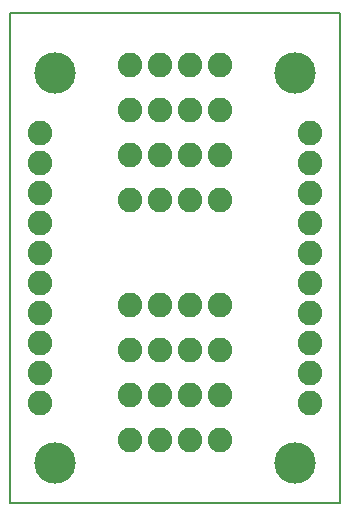
<source format=gbs>
G75*
%MOIN*%
%OFA0B0*%
%FSLAX25Y25*%
%IPPOS*%
%LPD*%
%AMOC8*
5,1,8,0,0,1.08239X$1,22.5*
%
%ADD10C,0.00800*%
%ADD11C,0.00000*%
%ADD12C,0.13800*%
%ADD13C,0.08200*%
D10*
X0001400Y0032750D02*
X0001400Y0196250D01*
X0111400Y0196250D01*
X0111400Y0032750D01*
X0001400Y0032750D01*
D11*
X0009900Y0046250D02*
X0009902Y0046411D01*
X0009908Y0046571D01*
X0009918Y0046732D01*
X0009932Y0046892D01*
X0009950Y0047052D01*
X0009971Y0047211D01*
X0009997Y0047370D01*
X0010027Y0047528D01*
X0010060Y0047685D01*
X0010098Y0047842D01*
X0010139Y0047997D01*
X0010184Y0048151D01*
X0010233Y0048304D01*
X0010286Y0048456D01*
X0010342Y0048607D01*
X0010403Y0048756D01*
X0010466Y0048904D01*
X0010534Y0049050D01*
X0010605Y0049194D01*
X0010679Y0049336D01*
X0010757Y0049477D01*
X0010839Y0049615D01*
X0010924Y0049752D01*
X0011012Y0049886D01*
X0011104Y0050018D01*
X0011199Y0050148D01*
X0011297Y0050276D01*
X0011398Y0050401D01*
X0011502Y0050523D01*
X0011609Y0050643D01*
X0011719Y0050760D01*
X0011832Y0050875D01*
X0011948Y0050986D01*
X0012067Y0051095D01*
X0012188Y0051200D01*
X0012312Y0051303D01*
X0012438Y0051403D01*
X0012566Y0051499D01*
X0012697Y0051592D01*
X0012831Y0051682D01*
X0012966Y0051769D01*
X0013104Y0051852D01*
X0013243Y0051932D01*
X0013385Y0052008D01*
X0013528Y0052081D01*
X0013673Y0052150D01*
X0013820Y0052216D01*
X0013968Y0052278D01*
X0014118Y0052336D01*
X0014269Y0052391D01*
X0014422Y0052442D01*
X0014576Y0052489D01*
X0014731Y0052532D01*
X0014887Y0052571D01*
X0015043Y0052607D01*
X0015201Y0052638D01*
X0015359Y0052666D01*
X0015518Y0052690D01*
X0015678Y0052710D01*
X0015838Y0052726D01*
X0015998Y0052738D01*
X0016159Y0052746D01*
X0016320Y0052750D01*
X0016480Y0052750D01*
X0016641Y0052746D01*
X0016802Y0052738D01*
X0016962Y0052726D01*
X0017122Y0052710D01*
X0017282Y0052690D01*
X0017441Y0052666D01*
X0017599Y0052638D01*
X0017757Y0052607D01*
X0017913Y0052571D01*
X0018069Y0052532D01*
X0018224Y0052489D01*
X0018378Y0052442D01*
X0018531Y0052391D01*
X0018682Y0052336D01*
X0018832Y0052278D01*
X0018980Y0052216D01*
X0019127Y0052150D01*
X0019272Y0052081D01*
X0019415Y0052008D01*
X0019557Y0051932D01*
X0019696Y0051852D01*
X0019834Y0051769D01*
X0019969Y0051682D01*
X0020103Y0051592D01*
X0020234Y0051499D01*
X0020362Y0051403D01*
X0020488Y0051303D01*
X0020612Y0051200D01*
X0020733Y0051095D01*
X0020852Y0050986D01*
X0020968Y0050875D01*
X0021081Y0050760D01*
X0021191Y0050643D01*
X0021298Y0050523D01*
X0021402Y0050401D01*
X0021503Y0050276D01*
X0021601Y0050148D01*
X0021696Y0050018D01*
X0021788Y0049886D01*
X0021876Y0049752D01*
X0021961Y0049615D01*
X0022043Y0049477D01*
X0022121Y0049336D01*
X0022195Y0049194D01*
X0022266Y0049050D01*
X0022334Y0048904D01*
X0022397Y0048756D01*
X0022458Y0048607D01*
X0022514Y0048456D01*
X0022567Y0048304D01*
X0022616Y0048151D01*
X0022661Y0047997D01*
X0022702Y0047842D01*
X0022740Y0047685D01*
X0022773Y0047528D01*
X0022803Y0047370D01*
X0022829Y0047211D01*
X0022850Y0047052D01*
X0022868Y0046892D01*
X0022882Y0046732D01*
X0022892Y0046571D01*
X0022898Y0046411D01*
X0022900Y0046250D01*
X0022898Y0046089D01*
X0022892Y0045929D01*
X0022882Y0045768D01*
X0022868Y0045608D01*
X0022850Y0045448D01*
X0022829Y0045289D01*
X0022803Y0045130D01*
X0022773Y0044972D01*
X0022740Y0044815D01*
X0022702Y0044658D01*
X0022661Y0044503D01*
X0022616Y0044349D01*
X0022567Y0044196D01*
X0022514Y0044044D01*
X0022458Y0043893D01*
X0022397Y0043744D01*
X0022334Y0043596D01*
X0022266Y0043450D01*
X0022195Y0043306D01*
X0022121Y0043164D01*
X0022043Y0043023D01*
X0021961Y0042885D01*
X0021876Y0042748D01*
X0021788Y0042614D01*
X0021696Y0042482D01*
X0021601Y0042352D01*
X0021503Y0042224D01*
X0021402Y0042099D01*
X0021298Y0041977D01*
X0021191Y0041857D01*
X0021081Y0041740D01*
X0020968Y0041625D01*
X0020852Y0041514D01*
X0020733Y0041405D01*
X0020612Y0041300D01*
X0020488Y0041197D01*
X0020362Y0041097D01*
X0020234Y0041001D01*
X0020103Y0040908D01*
X0019969Y0040818D01*
X0019834Y0040731D01*
X0019696Y0040648D01*
X0019557Y0040568D01*
X0019415Y0040492D01*
X0019272Y0040419D01*
X0019127Y0040350D01*
X0018980Y0040284D01*
X0018832Y0040222D01*
X0018682Y0040164D01*
X0018531Y0040109D01*
X0018378Y0040058D01*
X0018224Y0040011D01*
X0018069Y0039968D01*
X0017913Y0039929D01*
X0017757Y0039893D01*
X0017599Y0039862D01*
X0017441Y0039834D01*
X0017282Y0039810D01*
X0017122Y0039790D01*
X0016962Y0039774D01*
X0016802Y0039762D01*
X0016641Y0039754D01*
X0016480Y0039750D01*
X0016320Y0039750D01*
X0016159Y0039754D01*
X0015998Y0039762D01*
X0015838Y0039774D01*
X0015678Y0039790D01*
X0015518Y0039810D01*
X0015359Y0039834D01*
X0015201Y0039862D01*
X0015043Y0039893D01*
X0014887Y0039929D01*
X0014731Y0039968D01*
X0014576Y0040011D01*
X0014422Y0040058D01*
X0014269Y0040109D01*
X0014118Y0040164D01*
X0013968Y0040222D01*
X0013820Y0040284D01*
X0013673Y0040350D01*
X0013528Y0040419D01*
X0013385Y0040492D01*
X0013243Y0040568D01*
X0013104Y0040648D01*
X0012966Y0040731D01*
X0012831Y0040818D01*
X0012697Y0040908D01*
X0012566Y0041001D01*
X0012438Y0041097D01*
X0012312Y0041197D01*
X0012188Y0041300D01*
X0012067Y0041405D01*
X0011948Y0041514D01*
X0011832Y0041625D01*
X0011719Y0041740D01*
X0011609Y0041857D01*
X0011502Y0041977D01*
X0011398Y0042099D01*
X0011297Y0042224D01*
X0011199Y0042352D01*
X0011104Y0042482D01*
X0011012Y0042614D01*
X0010924Y0042748D01*
X0010839Y0042885D01*
X0010757Y0043023D01*
X0010679Y0043164D01*
X0010605Y0043306D01*
X0010534Y0043450D01*
X0010466Y0043596D01*
X0010403Y0043744D01*
X0010342Y0043893D01*
X0010286Y0044044D01*
X0010233Y0044196D01*
X0010184Y0044349D01*
X0010139Y0044503D01*
X0010098Y0044658D01*
X0010060Y0044815D01*
X0010027Y0044972D01*
X0009997Y0045130D01*
X0009971Y0045289D01*
X0009950Y0045448D01*
X0009932Y0045608D01*
X0009918Y0045768D01*
X0009908Y0045929D01*
X0009902Y0046089D01*
X0009900Y0046250D01*
X0009900Y0176250D02*
X0009902Y0176411D01*
X0009908Y0176571D01*
X0009918Y0176732D01*
X0009932Y0176892D01*
X0009950Y0177052D01*
X0009971Y0177211D01*
X0009997Y0177370D01*
X0010027Y0177528D01*
X0010060Y0177685D01*
X0010098Y0177842D01*
X0010139Y0177997D01*
X0010184Y0178151D01*
X0010233Y0178304D01*
X0010286Y0178456D01*
X0010342Y0178607D01*
X0010403Y0178756D01*
X0010466Y0178904D01*
X0010534Y0179050D01*
X0010605Y0179194D01*
X0010679Y0179336D01*
X0010757Y0179477D01*
X0010839Y0179615D01*
X0010924Y0179752D01*
X0011012Y0179886D01*
X0011104Y0180018D01*
X0011199Y0180148D01*
X0011297Y0180276D01*
X0011398Y0180401D01*
X0011502Y0180523D01*
X0011609Y0180643D01*
X0011719Y0180760D01*
X0011832Y0180875D01*
X0011948Y0180986D01*
X0012067Y0181095D01*
X0012188Y0181200D01*
X0012312Y0181303D01*
X0012438Y0181403D01*
X0012566Y0181499D01*
X0012697Y0181592D01*
X0012831Y0181682D01*
X0012966Y0181769D01*
X0013104Y0181852D01*
X0013243Y0181932D01*
X0013385Y0182008D01*
X0013528Y0182081D01*
X0013673Y0182150D01*
X0013820Y0182216D01*
X0013968Y0182278D01*
X0014118Y0182336D01*
X0014269Y0182391D01*
X0014422Y0182442D01*
X0014576Y0182489D01*
X0014731Y0182532D01*
X0014887Y0182571D01*
X0015043Y0182607D01*
X0015201Y0182638D01*
X0015359Y0182666D01*
X0015518Y0182690D01*
X0015678Y0182710D01*
X0015838Y0182726D01*
X0015998Y0182738D01*
X0016159Y0182746D01*
X0016320Y0182750D01*
X0016480Y0182750D01*
X0016641Y0182746D01*
X0016802Y0182738D01*
X0016962Y0182726D01*
X0017122Y0182710D01*
X0017282Y0182690D01*
X0017441Y0182666D01*
X0017599Y0182638D01*
X0017757Y0182607D01*
X0017913Y0182571D01*
X0018069Y0182532D01*
X0018224Y0182489D01*
X0018378Y0182442D01*
X0018531Y0182391D01*
X0018682Y0182336D01*
X0018832Y0182278D01*
X0018980Y0182216D01*
X0019127Y0182150D01*
X0019272Y0182081D01*
X0019415Y0182008D01*
X0019557Y0181932D01*
X0019696Y0181852D01*
X0019834Y0181769D01*
X0019969Y0181682D01*
X0020103Y0181592D01*
X0020234Y0181499D01*
X0020362Y0181403D01*
X0020488Y0181303D01*
X0020612Y0181200D01*
X0020733Y0181095D01*
X0020852Y0180986D01*
X0020968Y0180875D01*
X0021081Y0180760D01*
X0021191Y0180643D01*
X0021298Y0180523D01*
X0021402Y0180401D01*
X0021503Y0180276D01*
X0021601Y0180148D01*
X0021696Y0180018D01*
X0021788Y0179886D01*
X0021876Y0179752D01*
X0021961Y0179615D01*
X0022043Y0179477D01*
X0022121Y0179336D01*
X0022195Y0179194D01*
X0022266Y0179050D01*
X0022334Y0178904D01*
X0022397Y0178756D01*
X0022458Y0178607D01*
X0022514Y0178456D01*
X0022567Y0178304D01*
X0022616Y0178151D01*
X0022661Y0177997D01*
X0022702Y0177842D01*
X0022740Y0177685D01*
X0022773Y0177528D01*
X0022803Y0177370D01*
X0022829Y0177211D01*
X0022850Y0177052D01*
X0022868Y0176892D01*
X0022882Y0176732D01*
X0022892Y0176571D01*
X0022898Y0176411D01*
X0022900Y0176250D01*
X0022898Y0176089D01*
X0022892Y0175929D01*
X0022882Y0175768D01*
X0022868Y0175608D01*
X0022850Y0175448D01*
X0022829Y0175289D01*
X0022803Y0175130D01*
X0022773Y0174972D01*
X0022740Y0174815D01*
X0022702Y0174658D01*
X0022661Y0174503D01*
X0022616Y0174349D01*
X0022567Y0174196D01*
X0022514Y0174044D01*
X0022458Y0173893D01*
X0022397Y0173744D01*
X0022334Y0173596D01*
X0022266Y0173450D01*
X0022195Y0173306D01*
X0022121Y0173164D01*
X0022043Y0173023D01*
X0021961Y0172885D01*
X0021876Y0172748D01*
X0021788Y0172614D01*
X0021696Y0172482D01*
X0021601Y0172352D01*
X0021503Y0172224D01*
X0021402Y0172099D01*
X0021298Y0171977D01*
X0021191Y0171857D01*
X0021081Y0171740D01*
X0020968Y0171625D01*
X0020852Y0171514D01*
X0020733Y0171405D01*
X0020612Y0171300D01*
X0020488Y0171197D01*
X0020362Y0171097D01*
X0020234Y0171001D01*
X0020103Y0170908D01*
X0019969Y0170818D01*
X0019834Y0170731D01*
X0019696Y0170648D01*
X0019557Y0170568D01*
X0019415Y0170492D01*
X0019272Y0170419D01*
X0019127Y0170350D01*
X0018980Y0170284D01*
X0018832Y0170222D01*
X0018682Y0170164D01*
X0018531Y0170109D01*
X0018378Y0170058D01*
X0018224Y0170011D01*
X0018069Y0169968D01*
X0017913Y0169929D01*
X0017757Y0169893D01*
X0017599Y0169862D01*
X0017441Y0169834D01*
X0017282Y0169810D01*
X0017122Y0169790D01*
X0016962Y0169774D01*
X0016802Y0169762D01*
X0016641Y0169754D01*
X0016480Y0169750D01*
X0016320Y0169750D01*
X0016159Y0169754D01*
X0015998Y0169762D01*
X0015838Y0169774D01*
X0015678Y0169790D01*
X0015518Y0169810D01*
X0015359Y0169834D01*
X0015201Y0169862D01*
X0015043Y0169893D01*
X0014887Y0169929D01*
X0014731Y0169968D01*
X0014576Y0170011D01*
X0014422Y0170058D01*
X0014269Y0170109D01*
X0014118Y0170164D01*
X0013968Y0170222D01*
X0013820Y0170284D01*
X0013673Y0170350D01*
X0013528Y0170419D01*
X0013385Y0170492D01*
X0013243Y0170568D01*
X0013104Y0170648D01*
X0012966Y0170731D01*
X0012831Y0170818D01*
X0012697Y0170908D01*
X0012566Y0171001D01*
X0012438Y0171097D01*
X0012312Y0171197D01*
X0012188Y0171300D01*
X0012067Y0171405D01*
X0011948Y0171514D01*
X0011832Y0171625D01*
X0011719Y0171740D01*
X0011609Y0171857D01*
X0011502Y0171977D01*
X0011398Y0172099D01*
X0011297Y0172224D01*
X0011199Y0172352D01*
X0011104Y0172482D01*
X0011012Y0172614D01*
X0010924Y0172748D01*
X0010839Y0172885D01*
X0010757Y0173023D01*
X0010679Y0173164D01*
X0010605Y0173306D01*
X0010534Y0173450D01*
X0010466Y0173596D01*
X0010403Y0173744D01*
X0010342Y0173893D01*
X0010286Y0174044D01*
X0010233Y0174196D01*
X0010184Y0174349D01*
X0010139Y0174503D01*
X0010098Y0174658D01*
X0010060Y0174815D01*
X0010027Y0174972D01*
X0009997Y0175130D01*
X0009971Y0175289D01*
X0009950Y0175448D01*
X0009932Y0175608D01*
X0009918Y0175768D01*
X0009908Y0175929D01*
X0009902Y0176089D01*
X0009900Y0176250D01*
X0089900Y0176250D02*
X0089902Y0176411D01*
X0089908Y0176571D01*
X0089918Y0176732D01*
X0089932Y0176892D01*
X0089950Y0177052D01*
X0089971Y0177211D01*
X0089997Y0177370D01*
X0090027Y0177528D01*
X0090060Y0177685D01*
X0090098Y0177842D01*
X0090139Y0177997D01*
X0090184Y0178151D01*
X0090233Y0178304D01*
X0090286Y0178456D01*
X0090342Y0178607D01*
X0090403Y0178756D01*
X0090466Y0178904D01*
X0090534Y0179050D01*
X0090605Y0179194D01*
X0090679Y0179336D01*
X0090757Y0179477D01*
X0090839Y0179615D01*
X0090924Y0179752D01*
X0091012Y0179886D01*
X0091104Y0180018D01*
X0091199Y0180148D01*
X0091297Y0180276D01*
X0091398Y0180401D01*
X0091502Y0180523D01*
X0091609Y0180643D01*
X0091719Y0180760D01*
X0091832Y0180875D01*
X0091948Y0180986D01*
X0092067Y0181095D01*
X0092188Y0181200D01*
X0092312Y0181303D01*
X0092438Y0181403D01*
X0092566Y0181499D01*
X0092697Y0181592D01*
X0092831Y0181682D01*
X0092966Y0181769D01*
X0093104Y0181852D01*
X0093243Y0181932D01*
X0093385Y0182008D01*
X0093528Y0182081D01*
X0093673Y0182150D01*
X0093820Y0182216D01*
X0093968Y0182278D01*
X0094118Y0182336D01*
X0094269Y0182391D01*
X0094422Y0182442D01*
X0094576Y0182489D01*
X0094731Y0182532D01*
X0094887Y0182571D01*
X0095043Y0182607D01*
X0095201Y0182638D01*
X0095359Y0182666D01*
X0095518Y0182690D01*
X0095678Y0182710D01*
X0095838Y0182726D01*
X0095998Y0182738D01*
X0096159Y0182746D01*
X0096320Y0182750D01*
X0096480Y0182750D01*
X0096641Y0182746D01*
X0096802Y0182738D01*
X0096962Y0182726D01*
X0097122Y0182710D01*
X0097282Y0182690D01*
X0097441Y0182666D01*
X0097599Y0182638D01*
X0097757Y0182607D01*
X0097913Y0182571D01*
X0098069Y0182532D01*
X0098224Y0182489D01*
X0098378Y0182442D01*
X0098531Y0182391D01*
X0098682Y0182336D01*
X0098832Y0182278D01*
X0098980Y0182216D01*
X0099127Y0182150D01*
X0099272Y0182081D01*
X0099415Y0182008D01*
X0099557Y0181932D01*
X0099696Y0181852D01*
X0099834Y0181769D01*
X0099969Y0181682D01*
X0100103Y0181592D01*
X0100234Y0181499D01*
X0100362Y0181403D01*
X0100488Y0181303D01*
X0100612Y0181200D01*
X0100733Y0181095D01*
X0100852Y0180986D01*
X0100968Y0180875D01*
X0101081Y0180760D01*
X0101191Y0180643D01*
X0101298Y0180523D01*
X0101402Y0180401D01*
X0101503Y0180276D01*
X0101601Y0180148D01*
X0101696Y0180018D01*
X0101788Y0179886D01*
X0101876Y0179752D01*
X0101961Y0179615D01*
X0102043Y0179477D01*
X0102121Y0179336D01*
X0102195Y0179194D01*
X0102266Y0179050D01*
X0102334Y0178904D01*
X0102397Y0178756D01*
X0102458Y0178607D01*
X0102514Y0178456D01*
X0102567Y0178304D01*
X0102616Y0178151D01*
X0102661Y0177997D01*
X0102702Y0177842D01*
X0102740Y0177685D01*
X0102773Y0177528D01*
X0102803Y0177370D01*
X0102829Y0177211D01*
X0102850Y0177052D01*
X0102868Y0176892D01*
X0102882Y0176732D01*
X0102892Y0176571D01*
X0102898Y0176411D01*
X0102900Y0176250D01*
X0102898Y0176089D01*
X0102892Y0175929D01*
X0102882Y0175768D01*
X0102868Y0175608D01*
X0102850Y0175448D01*
X0102829Y0175289D01*
X0102803Y0175130D01*
X0102773Y0174972D01*
X0102740Y0174815D01*
X0102702Y0174658D01*
X0102661Y0174503D01*
X0102616Y0174349D01*
X0102567Y0174196D01*
X0102514Y0174044D01*
X0102458Y0173893D01*
X0102397Y0173744D01*
X0102334Y0173596D01*
X0102266Y0173450D01*
X0102195Y0173306D01*
X0102121Y0173164D01*
X0102043Y0173023D01*
X0101961Y0172885D01*
X0101876Y0172748D01*
X0101788Y0172614D01*
X0101696Y0172482D01*
X0101601Y0172352D01*
X0101503Y0172224D01*
X0101402Y0172099D01*
X0101298Y0171977D01*
X0101191Y0171857D01*
X0101081Y0171740D01*
X0100968Y0171625D01*
X0100852Y0171514D01*
X0100733Y0171405D01*
X0100612Y0171300D01*
X0100488Y0171197D01*
X0100362Y0171097D01*
X0100234Y0171001D01*
X0100103Y0170908D01*
X0099969Y0170818D01*
X0099834Y0170731D01*
X0099696Y0170648D01*
X0099557Y0170568D01*
X0099415Y0170492D01*
X0099272Y0170419D01*
X0099127Y0170350D01*
X0098980Y0170284D01*
X0098832Y0170222D01*
X0098682Y0170164D01*
X0098531Y0170109D01*
X0098378Y0170058D01*
X0098224Y0170011D01*
X0098069Y0169968D01*
X0097913Y0169929D01*
X0097757Y0169893D01*
X0097599Y0169862D01*
X0097441Y0169834D01*
X0097282Y0169810D01*
X0097122Y0169790D01*
X0096962Y0169774D01*
X0096802Y0169762D01*
X0096641Y0169754D01*
X0096480Y0169750D01*
X0096320Y0169750D01*
X0096159Y0169754D01*
X0095998Y0169762D01*
X0095838Y0169774D01*
X0095678Y0169790D01*
X0095518Y0169810D01*
X0095359Y0169834D01*
X0095201Y0169862D01*
X0095043Y0169893D01*
X0094887Y0169929D01*
X0094731Y0169968D01*
X0094576Y0170011D01*
X0094422Y0170058D01*
X0094269Y0170109D01*
X0094118Y0170164D01*
X0093968Y0170222D01*
X0093820Y0170284D01*
X0093673Y0170350D01*
X0093528Y0170419D01*
X0093385Y0170492D01*
X0093243Y0170568D01*
X0093104Y0170648D01*
X0092966Y0170731D01*
X0092831Y0170818D01*
X0092697Y0170908D01*
X0092566Y0171001D01*
X0092438Y0171097D01*
X0092312Y0171197D01*
X0092188Y0171300D01*
X0092067Y0171405D01*
X0091948Y0171514D01*
X0091832Y0171625D01*
X0091719Y0171740D01*
X0091609Y0171857D01*
X0091502Y0171977D01*
X0091398Y0172099D01*
X0091297Y0172224D01*
X0091199Y0172352D01*
X0091104Y0172482D01*
X0091012Y0172614D01*
X0090924Y0172748D01*
X0090839Y0172885D01*
X0090757Y0173023D01*
X0090679Y0173164D01*
X0090605Y0173306D01*
X0090534Y0173450D01*
X0090466Y0173596D01*
X0090403Y0173744D01*
X0090342Y0173893D01*
X0090286Y0174044D01*
X0090233Y0174196D01*
X0090184Y0174349D01*
X0090139Y0174503D01*
X0090098Y0174658D01*
X0090060Y0174815D01*
X0090027Y0174972D01*
X0089997Y0175130D01*
X0089971Y0175289D01*
X0089950Y0175448D01*
X0089932Y0175608D01*
X0089918Y0175768D01*
X0089908Y0175929D01*
X0089902Y0176089D01*
X0089900Y0176250D01*
X0089900Y0046250D02*
X0089902Y0046411D01*
X0089908Y0046571D01*
X0089918Y0046732D01*
X0089932Y0046892D01*
X0089950Y0047052D01*
X0089971Y0047211D01*
X0089997Y0047370D01*
X0090027Y0047528D01*
X0090060Y0047685D01*
X0090098Y0047842D01*
X0090139Y0047997D01*
X0090184Y0048151D01*
X0090233Y0048304D01*
X0090286Y0048456D01*
X0090342Y0048607D01*
X0090403Y0048756D01*
X0090466Y0048904D01*
X0090534Y0049050D01*
X0090605Y0049194D01*
X0090679Y0049336D01*
X0090757Y0049477D01*
X0090839Y0049615D01*
X0090924Y0049752D01*
X0091012Y0049886D01*
X0091104Y0050018D01*
X0091199Y0050148D01*
X0091297Y0050276D01*
X0091398Y0050401D01*
X0091502Y0050523D01*
X0091609Y0050643D01*
X0091719Y0050760D01*
X0091832Y0050875D01*
X0091948Y0050986D01*
X0092067Y0051095D01*
X0092188Y0051200D01*
X0092312Y0051303D01*
X0092438Y0051403D01*
X0092566Y0051499D01*
X0092697Y0051592D01*
X0092831Y0051682D01*
X0092966Y0051769D01*
X0093104Y0051852D01*
X0093243Y0051932D01*
X0093385Y0052008D01*
X0093528Y0052081D01*
X0093673Y0052150D01*
X0093820Y0052216D01*
X0093968Y0052278D01*
X0094118Y0052336D01*
X0094269Y0052391D01*
X0094422Y0052442D01*
X0094576Y0052489D01*
X0094731Y0052532D01*
X0094887Y0052571D01*
X0095043Y0052607D01*
X0095201Y0052638D01*
X0095359Y0052666D01*
X0095518Y0052690D01*
X0095678Y0052710D01*
X0095838Y0052726D01*
X0095998Y0052738D01*
X0096159Y0052746D01*
X0096320Y0052750D01*
X0096480Y0052750D01*
X0096641Y0052746D01*
X0096802Y0052738D01*
X0096962Y0052726D01*
X0097122Y0052710D01*
X0097282Y0052690D01*
X0097441Y0052666D01*
X0097599Y0052638D01*
X0097757Y0052607D01*
X0097913Y0052571D01*
X0098069Y0052532D01*
X0098224Y0052489D01*
X0098378Y0052442D01*
X0098531Y0052391D01*
X0098682Y0052336D01*
X0098832Y0052278D01*
X0098980Y0052216D01*
X0099127Y0052150D01*
X0099272Y0052081D01*
X0099415Y0052008D01*
X0099557Y0051932D01*
X0099696Y0051852D01*
X0099834Y0051769D01*
X0099969Y0051682D01*
X0100103Y0051592D01*
X0100234Y0051499D01*
X0100362Y0051403D01*
X0100488Y0051303D01*
X0100612Y0051200D01*
X0100733Y0051095D01*
X0100852Y0050986D01*
X0100968Y0050875D01*
X0101081Y0050760D01*
X0101191Y0050643D01*
X0101298Y0050523D01*
X0101402Y0050401D01*
X0101503Y0050276D01*
X0101601Y0050148D01*
X0101696Y0050018D01*
X0101788Y0049886D01*
X0101876Y0049752D01*
X0101961Y0049615D01*
X0102043Y0049477D01*
X0102121Y0049336D01*
X0102195Y0049194D01*
X0102266Y0049050D01*
X0102334Y0048904D01*
X0102397Y0048756D01*
X0102458Y0048607D01*
X0102514Y0048456D01*
X0102567Y0048304D01*
X0102616Y0048151D01*
X0102661Y0047997D01*
X0102702Y0047842D01*
X0102740Y0047685D01*
X0102773Y0047528D01*
X0102803Y0047370D01*
X0102829Y0047211D01*
X0102850Y0047052D01*
X0102868Y0046892D01*
X0102882Y0046732D01*
X0102892Y0046571D01*
X0102898Y0046411D01*
X0102900Y0046250D01*
X0102898Y0046089D01*
X0102892Y0045929D01*
X0102882Y0045768D01*
X0102868Y0045608D01*
X0102850Y0045448D01*
X0102829Y0045289D01*
X0102803Y0045130D01*
X0102773Y0044972D01*
X0102740Y0044815D01*
X0102702Y0044658D01*
X0102661Y0044503D01*
X0102616Y0044349D01*
X0102567Y0044196D01*
X0102514Y0044044D01*
X0102458Y0043893D01*
X0102397Y0043744D01*
X0102334Y0043596D01*
X0102266Y0043450D01*
X0102195Y0043306D01*
X0102121Y0043164D01*
X0102043Y0043023D01*
X0101961Y0042885D01*
X0101876Y0042748D01*
X0101788Y0042614D01*
X0101696Y0042482D01*
X0101601Y0042352D01*
X0101503Y0042224D01*
X0101402Y0042099D01*
X0101298Y0041977D01*
X0101191Y0041857D01*
X0101081Y0041740D01*
X0100968Y0041625D01*
X0100852Y0041514D01*
X0100733Y0041405D01*
X0100612Y0041300D01*
X0100488Y0041197D01*
X0100362Y0041097D01*
X0100234Y0041001D01*
X0100103Y0040908D01*
X0099969Y0040818D01*
X0099834Y0040731D01*
X0099696Y0040648D01*
X0099557Y0040568D01*
X0099415Y0040492D01*
X0099272Y0040419D01*
X0099127Y0040350D01*
X0098980Y0040284D01*
X0098832Y0040222D01*
X0098682Y0040164D01*
X0098531Y0040109D01*
X0098378Y0040058D01*
X0098224Y0040011D01*
X0098069Y0039968D01*
X0097913Y0039929D01*
X0097757Y0039893D01*
X0097599Y0039862D01*
X0097441Y0039834D01*
X0097282Y0039810D01*
X0097122Y0039790D01*
X0096962Y0039774D01*
X0096802Y0039762D01*
X0096641Y0039754D01*
X0096480Y0039750D01*
X0096320Y0039750D01*
X0096159Y0039754D01*
X0095998Y0039762D01*
X0095838Y0039774D01*
X0095678Y0039790D01*
X0095518Y0039810D01*
X0095359Y0039834D01*
X0095201Y0039862D01*
X0095043Y0039893D01*
X0094887Y0039929D01*
X0094731Y0039968D01*
X0094576Y0040011D01*
X0094422Y0040058D01*
X0094269Y0040109D01*
X0094118Y0040164D01*
X0093968Y0040222D01*
X0093820Y0040284D01*
X0093673Y0040350D01*
X0093528Y0040419D01*
X0093385Y0040492D01*
X0093243Y0040568D01*
X0093104Y0040648D01*
X0092966Y0040731D01*
X0092831Y0040818D01*
X0092697Y0040908D01*
X0092566Y0041001D01*
X0092438Y0041097D01*
X0092312Y0041197D01*
X0092188Y0041300D01*
X0092067Y0041405D01*
X0091948Y0041514D01*
X0091832Y0041625D01*
X0091719Y0041740D01*
X0091609Y0041857D01*
X0091502Y0041977D01*
X0091398Y0042099D01*
X0091297Y0042224D01*
X0091199Y0042352D01*
X0091104Y0042482D01*
X0091012Y0042614D01*
X0090924Y0042748D01*
X0090839Y0042885D01*
X0090757Y0043023D01*
X0090679Y0043164D01*
X0090605Y0043306D01*
X0090534Y0043450D01*
X0090466Y0043596D01*
X0090403Y0043744D01*
X0090342Y0043893D01*
X0090286Y0044044D01*
X0090233Y0044196D01*
X0090184Y0044349D01*
X0090139Y0044503D01*
X0090098Y0044658D01*
X0090060Y0044815D01*
X0090027Y0044972D01*
X0089997Y0045130D01*
X0089971Y0045289D01*
X0089950Y0045448D01*
X0089932Y0045608D01*
X0089918Y0045768D01*
X0089908Y0045929D01*
X0089902Y0046089D01*
X0089900Y0046250D01*
D12*
X0096400Y0046250D03*
X0096400Y0176250D03*
X0016400Y0176250D03*
X0016400Y0046250D03*
D13*
X0011400Y0066250D03*
X0011400Y0076250D03*
X0011400Y0086250D03*
X0011400Y0096250D03*
X0011400Y0106250D03*
X0011400Y0116250D03*
X0011400Y0126250D03*
X0011400Y0136250D03*
X0011400Y0146250D03*
X0011400Y0156250D03*
X0041400Y0148750D03*
X0041400Y0163750D03*
X0041400Y0178750D03*
X0051400Y0178750D03*
X0051400Y0163750D03*
X0051400Y0148750D03*
X0051400Y0133750D03*
X0041400Y0133750D03*
X0041400Y0098750D03*
X0041400Y0083750D03*
X0041400Y0068750D03*
X0041400Y0053750D03*
X0051400Y0053750D03*
X0051400Y0068750D03*
X0051400Y0083750D03*
X0051400Y0098750D03*
X0061400Y0098750D03*
X0061400Y0083750D03*
X0061400Y0068750D03*
X0061400Y0053750D03*
X0071400Y0053750D03*
X0071400Y0068750D03*
X0071400Y0083750D03*
X0071400Y0098750D03*
X0071400Y0133750D03*
X0071400Y0148750D03*
X0071400Y0163750D03*
X0071400Y0178750D03*
X0061400Y0178750D03*
X0061400Y0163750D03*
X0061400Y0148750D03*
X0061400Y0133750D03*
X0101400Y0136250D03*
X0101400Y0126250D03*
X0101400Y0116250D03*
X0101400Y0106250D03*
X0101400Y0096250D03*
X0101400Y0086250D03*
X0101400Y0076250D03*
X0101400Y0066250D03*
X0101400Y0146250D03*
X0101400Y0156250D03*
M02*

</source>
